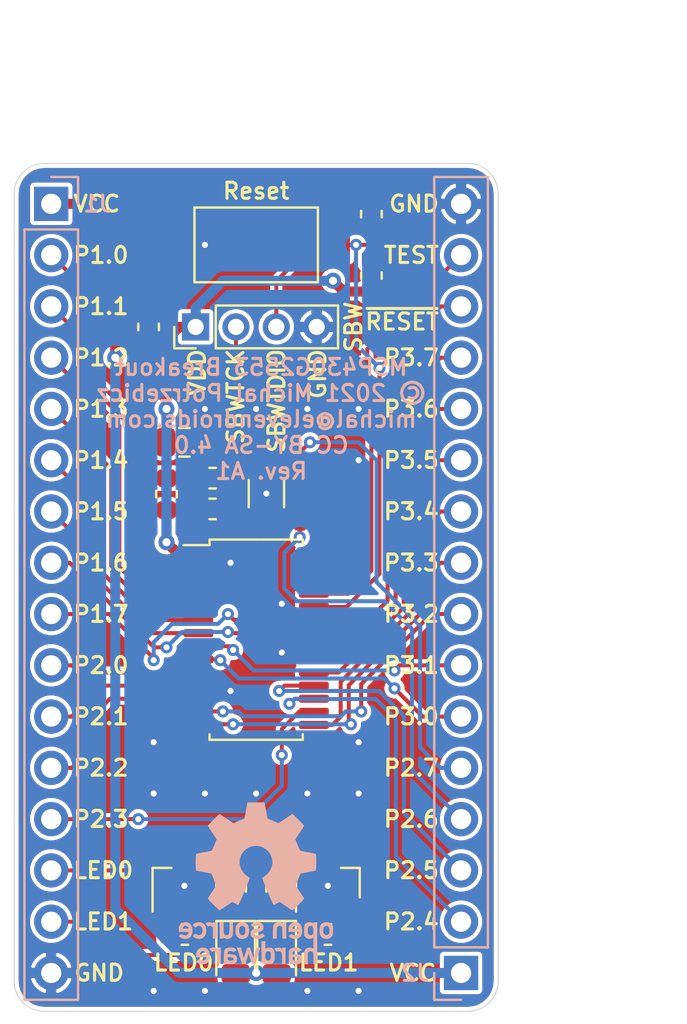
<source format=kicad_pcb>
(kicad_pcb (version 20171130) (host pcbnew 5.1.9-1.fc33)
  (title_block (title "MSP430G2553 Breakout Board") (date 2021-04-01) (rev A1) (comment 1 "Mini breakout board for the MSP430G2553 microcontroller") (comment 3 "Michal Potrzebicz <michal@elevendroids.com>") (comment 4 "License: CC BY-SA 4.0"))
  (layers (0 F.Cu signal) (31 B.Cu signal) (34 B.Paste user) (35 F.Paste user) (36 B.SilkS user) (37 F.SilkS user) (38 B.Mask user) (39 F.Mask user) (44 Edge.Cuts user))
  (net 0 "")
  (net 1 GND)
  (net 2 /~RESET)
  (net 3 /XIN)
  (net 4 /XOUT)
  (net 5 VDD)
  (net 6 VCC)
  (net 7 /P2.3)
  (net 8 /P2.2)
  (net 9 /P2.1)
  (net 10 /P2.0)
  (net 11 /P1.7)
  (net 12 /P1.6)
  (net 13 /P1.5)
  (net 14 /P1.4)
  (net 15 /P1.3)
  (net 16 /P1.2)
  (net 17 /P1.1)
  (net 18 /P1.0)
  (net 19 /P3.7)
  (net 20 /P3.6)
  (net 21 /P3.5)
  (net 22 /P3.4)
  (net 23 /P3.3)
  (net 24 /P3.2)
  (net 25 /P3.1)
  (net 26 /P3.0)
  (net 27 /P2.7)
  (net 28 /P2.6)
  (net 29 /P2.5)
  (net 30 /P2.4)
  (net 31 /P2.6_XIN)
  (net 32 /P2.7_XOUT)
  (net 33 "Net-(D1-Pad1)")
  (net 34 "Net-(D2-Pad1)")
  (net 35 "Net-(Q1-Pad3)")
  (net 36 /LED0)
  (net 37 "Net-(Q2-Pad3)")
  (net 38 /LED1)
  (net 39 /TEST)
  (module Symbol:OSHW-Logo_7.5x8mm_SilkScreen (layer B.Cu) (at 137.16 109.855 180)
    (fp_text reference REF** hide)
    (fp_text value OSHW-Logo_7.5x8mm_SilkScreen hide)
  )
  (module Resistor_SMD:R_0603_1608Metric (layer F.Cu) (at 138.176 110.109 90)
    (fp_text reference R9 hide)
    (fp_text value 470R hide)
    (pad 2 smd roundrect (at 0.7875 0 90) (size 0.875 0.95) (layers F.Cu F.Paste F.Mask) (net 37 "Net-(Q2-Pad3)"))
    (pad 1 smd roundrect (at -0.7875 0 90) (size 0.875 0.95) (layers F.Cu F.Paste F.Mask) (net 34 "Net-(D2-Pad1)"))
  )
  (module Resistor_SMD:R_0603_1608Metric (layer F.Cu) (at 140.716 112.395)
    (fp_text reference R8 hide)
    (fp_text value 1M hide)
    (pad 2 smd roundrect (at 0.7875 0) (size 0.875 0.95) (layers F.Cu F.Paste F.Mask) (net 1 GND))
    (pad 1 smd roundrect (at -0.7875 0) (size 0.875 0.95) (layers F.Cu F.Paste F.Mask) (net 38 /LED1))
  )
  (module Resistor_SMD:R_0603_1608Metric (layer F.Cu) (at 136.144 110.109 90)
    (fp_text reference R7 hide)
    (fp_text value 470R hide)
    (pad 2 smd roundrect (at 0.7875 0 90) (size 0.875 0.95) (layers F.Cu F.Paste F.Mask) (net 35 "Net-(Q1-Pad3)"))
    (pad 1 smd roundrect (at -0.7875 0 90) (size 0.875 0.95) (layers F.Cu F.Paste F.Mask) (net 33 "Net-(D1-Pad1)"))
  )
  (module Resistor_SMD:R_0603_1608Metric (layer F.Cu) (at 133.6295 112.395)
    (fp_text reference R6 hide)
    (fp_text value 1M hide)
    (pad 2 smd roundrect (at 0.7875 0) (size 0.875 0.95) (layers F.Cu F.Paste F.Mask) (net 1 GND))
    (pad 1 smd roundrect (at -0.7875 0) (size 0.875 0.95) (layers F.Cu F.Paste F.Mask) (net 36 /LED0))
  )
  (module Package_TO_SOT_SMD:SOT-23 (layer F.Cu) (at 140.716 109.855 90)
    (fp_text reference Q2 hide)
    (fp_text value BSS138 hide)
    (pad 3 smd rect (at 1 0 90) (size 0.9 0.8) (layers F.Cu F.Paste F.Mask) (net 37 "Net-(Q2-Pad3)"))
    (pad 2 smd rect (at -1 0.95 90) (size 0.9 0.8) (layers F.Cu F.Paste F.Mask) (net 1 GND))
    (pad 1 smd rect (at -1 -0.95 90) (size 0.9 0.8) (layers F.Cu F.Paste F.Mask) (net 38 /LED1))
  )
  (module Package_TO_SOT_SMD:SOT-23 (layer F.Cu) (at 133.604 109.855 90)
    (fp_text reference Q1 hide)
    (fp_text value BSS138 hide)
    (pad 3 smd rect (at 1 0 90) (size 0.9 0.8) (layers F.Cu F.Paste F.Mask) (net 35 "Net-(Q1-Pad3)"))
    (pad 2 smd rect (at -1 0.95 90) (size 0.9 0.8) (layers F.Cu F.Paste F.Mask) (net 1 GND))
    (pad 1 smd rect (at -1 -0.95 90) (size 0.9 0.8) (layers F.Cu F.Paste F.Mask) (net 36 /LED0))
  )
  (module LED_SMD:LED_0805_2012Metric (layer F.Cu) (at 138.176 113.411 270)
    (fp_text reference D2 hide)
    (fp_text value LED1 (at 0.381 -1.016 180) (layer F.SilkS) (effects (font (size 0.8 0.8)) (justify left)))
    (pad 2 smd roundrect (at 0.9375 0 270) (size 0.975 1.4) (layers F.Cu F.Paste F.Mask) (net 6 VCC))
    (pad 1 smd roundrect (at -0.9375 0 270) (size 0.975 1.4) (layers F.Cu F.Paste F.Mask) (net 34 "Net-(D2-Pad1)"))
  )
  (module LED_SMD:LED_0805_2012Metric (layer F.Cu) (at 136.144 113.411 270)
    (fp_text reference D1 hide)
    (fp_text value LED0 (at 0.381 1.016 180) (layer F.SilkS) (effects (font (size 0.8 0.8)) (justify right)))
    (pad 2 smd roundrect (at 0.9375 0 270) (size 0.975 1.4) (layers F.Cu F.Paste F.Mask) (net 6 VCC))
    (pad 1 smd roundrect (at -0.9375 0 270) (size 0.975 1.4) (layers F.Cu F.Paste F.Mask) (net 33 "Net-(D1-Pad1)"))
  )
  (module Crystal:Crystal_SMD_3215-2Pin_3.2x1.5mm (layer F.Cu) (at 137.668 90.551 270)
    (fp_text reference Y1 hide)
    (fp_text value 32.768kHz hide)
    (pad 2 smd rect (at -1.25 0 270) (size 1 1.8) (layers F.Cu F.Paste F.Mask) (net 4 /XOUT))
    (pad 1 smd rect (at 1.25 0 270) (size 1 1.8) (layers F.Cu F.Paste F.Mask) (net 3 /XIN))
  )
  (module Package_SO:TSSOP-28_4.4x9.7mm_P0.65mm (layer F.Cu) (at 137.16 97.79)
    (fp_text reference U1 hide)
    (fp_text value MSP430G2553IPW28 hide)
    (pad 28 smd roundrect (at 2.8625 -4.225) (size 1.475 0.4) (layers F.Cu F.Paste F.Mask) (net 1 GND))
    (pad 27 smd roundrect (at 2.8625 -3.575) (size 1.475 0.4) (layers F.Cu F.Paste F.Mask) (net 31 /P2.6_XIN))
    (pad 26 smd roundrect (at 2.8625 -2.925) (size 1.475 0.4) (layers F.Cu F.Paste F.Mask) (net 32 /P2.7_XOUT))
    (pad 25 smd roundrect (at 2.8625 -2.275) (size 1.475 0.4) (layers F.Cu F.Paste F.Mask) (net 39 /TEST))
    (pad 24 smd roundrect (at 2.8625 -1.625) (size 1.475 0.4) (layers F.Cu F.Paste F.Mask) (net 2 /~RESET))
    (pad 23 smd roundrect (at 2.8625 -0.975) (size 1.475 0.4) (layers F.Cu F.Paste F.Mask) (net 11 /P1.7))
    (pad 22 smd roundrect (at 2.8625 -0.325) (size 1.475 0.4) (layers F.Cu F.Paste F.Mask) (net 12 /P1.6))
    (pad 21 smd roundrect (at 2.8625 0.325) (size 1.475 0.4) (layers F.Cu F.Paste F.Mask) (net 19 /P3.7))
    (pad 20 smd roundrect (at 2.8625 0.975) (size 1.475 0.4) (layers F.Cu F.Paste F.Mask) (net 20 /P3.6))
    (pad 19 smd roundrect (at 2.8625 1.625) (size 1.475 0.4) (layers F.Cu F.Paste F.Mask) (net 21 /P3.5))
    (pad 18 smd roundrect (at 2.8625 2.275) (size 1.475 0.4) (layers F.Cu F.Paste F.Mask) (net 29 /P2.5))
    (pad 17 smd roundrect (at 2.8625 2.925) (size 1.475 0.4) (layers F.Cu F.Paste F.Mask) (net 30 /P2.4))
    (pad 16 smd roundrect (at 2.8625 3.575) (size 1.475 0.4) (layers F.Cu F.Paste F.Mask) (net 7 /P2.3))
    (pad 15 smd roundrect (at 2.8625 4.225) (size 1.475 0.4) (layers F.Cu F.Paste F.Mask) (net 22 /P3.4))
    (pad 14 smd roundrect (at -2.8625 4.225) (size 1.475 0.4) (layers F.Cu F.Paste F.Mask) (net 23 /P3.3))
    (pad 13 smd roundrect (at -2.8625 3.575) (size 1.475 0.4) (layers F.Cu F.Paste F.Mask) (net 24 /P3.2))
    (pad 12 smd roundrect (at -2.8625 2.925) (size 1.475 0.4) (layers F.Cu F.Paste F.Mask) (net 8 /P2.2))
    (pad 11 smd roundrect (at -2.8625 2.275) (size 1.475 0.4) (layers F.Cu F.Paste F.Mask) (net 9 /P2.1))
    (pad 10 smd roundrect (at -2.8625 1.625) (size 1.475 0.4) (layers F.Cu F.Paste F.Mask) (net 10 /P2.0))
    (pad 9 smd roundrect (at -2.8625 0.975) (size 1.475 0.4) (layers F.Cu F.Paste F.Mask) (net 26 /P3.0))
    (pad 8 smd roundrect (at -2.8625 0.325) (size 1.475 0.4) (layers F.Cu F.Paste F.Mask) (net 25 /P3.1))
    (pad 7 smd roundrect (at -2.8625 -0.325) (size 1.475 0.4) (layers F.Cu F.Paste F.Mask) (net 13 /P1.5))
    (pad 6 smd roundrect (at -2.8625 -0.975) (size 1.475 0.4) (layers F.Cu F.Paste F.Mask) (net 14 /P1.4))
    (pad 5 smd roundrect (at -2.8625 -1.625) (size 1.475 0.4) (layers F.Cu F.Paste F.Mask) (net 15 /P1.3))
    (pad 4 smd roundrect (at -2.8625 -2.275) (size 1.475 0.4) (layers F.Cu F.Paste F.Mask) (net 16 /P1.2))
    (pad 3 smd roundrect (at -2.8625 -2.925) (size 1.475 0.4) (layers F.Cu F.Paste F.Mask) (net 17 /P1.1))
    (pad 2 smd roundrect (at -2.8625 -3.575) (size 1.475 0.4) (layers F.Cu F.Paste F.Mask) (net 18 /P1.0))
    (pad 1 smd roundrect (at -2.8625 -4.225) (size 1.475 0.4) (layers F.Cu F.Paste F.Mask) (net 5 VDD))
  )
  (module Button_Switch_SMD:SW_SPST_CK_RS282G05A3 (layer F.Cu) (at 137.16 78.232)
    (fp_text reference SW1 hide)
    (fp_text value Reset (at 0 -2.667) (layer F.SilkS) (effects (font (size 0.8 0.8))))
    (pad 2 smd rect (at 3.9 0) (size 1.5 1.5) (layers F.Cu F.Paste F.Mask) (net 2 /~RESET))
    (pad 1 smd rect (at -3.9 0) (size 1.5 1.5) (layers F.Cu F.Paste F.Mask) (net 1 GND))
  )
  (module Resistor_SMD:R_0402_1005Metric (layer F.Cu) (at 139.827 90.043 180)
    (fp_text reference R5 hide)
    (fp_text value 0R hide)
    (pad 2 smd roundrect (at 0.485 0 180) (size 0.59 0.64) (layers F.Cu F.Paste F.Mask) (net 4 /XOUT))
    (pad 1 smd roundrect (at -0.485 0 180) (size 0.59 0.64) (layers F.Cu F.Paste F.Mask) (net 32 /P2.7_XOUT))
  )
  (module Resistor_SMD:R_0402_1005Metric (layer F.Cu) (at 139.827 91.059 180)
    (fp_text reference R4 hide)
    (fp_text value 0R hide)
    (pad 2 smd roundrect (at 0.485 0 180) (size 0.59 0.64) (layers F.Cu F.Paste F.Mask) (net 3 /XIN))
    (pad 1 smd roundrect (at -0.485 0 180) (size 0.59 0.64) (layers F.Cu F.Paste F.Mask) (net 31 /P2.6_XIN))
  )
  (module Resistor_SMD:R_0402_1005Metric (layer F.Cu) (at 139.827 89.027)
    (fp_text reference R3 hide)
    (fp_text value 0R hide)
    (pad 2 smd roundrect (at 0.485 0) (size 0.59 0.64) (layers F.Cu F.Paste F.Mask) (net 32 /P2.7_XOUT))
    (pad 1 smd roundrect (at -0.485 0) (size 0.59 0.64) (layers F.Cu F.Paste F.Mask) (net 27 /P2.7))
  )
  (module Resistor_SMD:R_0402_1005Metric (layer F.Cu) (at 139.827 92.075)
    (fp_text reference R2 hide)
    (fp_text value 0R hide)
    (pad 2 smd roundrect (at 0.485 0) (size 0.59 0.64) (layers F.Cu F.Paste F.Mask) (net 31 /P2.6_XIN))
    (pad 1 smd roundrect (at -0.485 0) (size 0.59 0.64) (layers F.Cu F.Paste F.Mask) (net 28 /P2.6))
  )
  (module Resistor_SMD:R_0603_1608Metric (layer F.Cu) (at 142.875 79.756 90)
    (fp_text reference R1 hide)
    (fp_text value 47k hide)
    (pad 2 smd roundrect (at 0.7875 0 90) (size 0.875 0.95) (layers F.Cu F.Paste F.Mask) (net 2 /~RESET))
    (pad 1 smd roundrect (at -0.7875 0 90) (size 0.875 0.95) (layers F.Cu F.Paste F.Mask) (net 5 VDD))
  )
  (module Connector_PinHeader_2.00mm:PinHeader_1x04_P2.00mm_Vertical (layer F.Cu) (at 134.16 82.296 90)
    (fp_text reference J3 hide)
    (fp_text value SBW (at 0 7.826 270) (layer F.SilkS) (effects (font (size 0.8 0.8))))
    (pad 4 thru_hole oval (at 0 6 90) (size 1.35 1.35) (drill 0.8) (layers *.Cu *.Mask) (net 1 GND))
    (pad 3 thru_hole oval (at 0 4 90) (size 1.35 1.35) (drill 0.8) (layers *.Cu *.Mask) (net 2 /~RESET))
    (pad 2 thru_hole oval (at 0 2 90) (size 1.35 1.35) (drill 0.8) (layers *.Cu *.Mask) (net 39 /TEST))
    (pad 1 thru_hole rect (at 0 0 90) (size 1.35 1.35) (drill 0.8) (layers *.Cu *.Mask) (net 5 VDD))
  )
  (module Connector_PinHeader_2.54mm:PinHeader_1x16_P2.54mm_Vertical (layer B.Cu) (at 147.32 114.3)
    (fp_text reference J2 (at -2.286 0) (layer B.SilkS) (effects (font (size 0.8 0.8)) (justify mirror)))
    (fp_text value Right hide)
    (pad 16 thru_hole oval (at 0 -38.1) (size 1.7 1.7) (drill 1) (layers *.Cu *.Mask) (net 1 GND))
    (pad 15 thru_hole oval (at 0 -35.56) (size 1.7 1.7) (drill 1) (layers *.Cu *.Mask) (net 39 /TEST))
    (pad 14 thru_hole oval (at 0 -33.02) (size 1.7 1.7) (drill 1) (layers *.Cu *.Mask) (net 2 /~RESET))
    (pad 13 thru_hole oval (at 0 -30.48) (size 1.7 1.7) (drill 1) (layers *.Cu *.Mask) (net 19 /P3.7))
    (pad 12 thru_hole oval (at 0 -27.94) (size 1.7 1.7) (drill 1) (layers *.Cu *.Mask) (net 20 /P3.6))
    (pad 11 thru_hole oval (at 0 -25.4) (size 1.7 1.7) (drill 1) (layers *.Cu *.Mask) (net 21 /P3.5))
    (pad 10 thru_hole oval (at 0 -22.86) (size 1.7 1.7) (drill 1) (layers *.Cu *.Mask) (net 22 /P3.4))
    (pad 9 thru_hole oval (at 0 -20.32) (size 1.7 1.7) (drill 1) (layers *.Cu *.Mask) (net 23 /P3.3))
    (pad 8 thru_hole oval (at 0 -17.78) (size 1.7 1.7) (drill 1) (layers *.Cu *.Mask) (net 24 /P3.2))
    (pad 7 thru_hole oval (at 0 -15.24) (size 1.7 1.7) (drill 1) (layers *.Cu *.Mask) (net 25 /P3.1))
    (pad 6 thru_hole oval (at 0 -12.7) (size 1.7 1.7) (drill 1) (layers *.Cu *.Mask) (net 26 /P3.0))
    (pad 5 thru_hole oval (at 0 -10.16) (size 1.7 1.7) (drill 1) (layers *.Cu *.Mask) (net 27 /P2.7))
    (pad 4 thru_hole oval (at 0 -7.62) (size 1.7 1.7) (drill 1) (layers *.Cu *.Mask) (net 28 /P2.6))
    (pad 3 thru_hole oval (at 0 -5.08) (size 1.7 1.7) (drill 1) (layers *.Cu *.Mask) (net 29 /P2.5))
    (pad 2 thru_hole oval (at 0 -2.54) (size 1.7 1.7) (drill 1) (layers *.Cu *.Mask) (net 30 /P2.4))
    (pad 1 thru_hole rect (at 0 0) (size 1.7 1.7) (drill 1) (layers *.Cu *.Mask) (net 6 VCC))
  )
  (module Connector_PinHeader_2.54mm:PinHeader_1x16_P2.54mm_Vertical (layer B.Cu) (at 127 76.2 180)
    (fp_text reference J1 (at -2.286 0) (layer B.SilkS) (effects (font (size 0.8 0.8)) (justify mirror)))
    (fp_text value Left hide)
    (pad 16 thru_hole oval (at 0 -38.1 180) (size 1.7 1.7) (drill 1) (layers *.Cu *.Mask) (net 1 GND))
    (pad 15 thru_hole oval (at 0 -35.56 180) (size 1.7 1.7) (drill 1) (layers *.Cu *.Mask) (net 38 /LED1))
    (pad 14 thru_hole oval (at 0 -33.02 180) (size 1.7 1.7) (drill 1) (layers *.Cu *.Mask) (net 36 /LED0))
    (pad 13 thru_hole oval (at 0 -30.48 180) (size 1.7 1.7) (drill 1) (layers *.Cu *.Mask) (net 7 /P2.3))
    (pad 12 thru_hole oval (at 0 -27.94 180) (size 1.7 1.7) (drill 1) (layers *.Cu *.Mask) (net 8 /P2.2))
    (pad 11 thru_hole oval (at 0 -25.4 180) (size 1.7 1.7) (drill 1) (layers *.Cu *.Mask) (net 9 /P2.1))
    (pad 10 thru_hole oval (at 0 -22.86 180) (size 1.7 1.7) (drill 1) (layers *.Cu *.Mask) (net 10 /P2.0))
    (pad 9 thru_hole oval (at 0 -20.32 180) (size 1.7 1.7) (drill 1) (layers *.Cu *.Mask) (net 11 /P1.7))
    (pad 8 thru_hole oval (at 0 -17.78 180) (size 1.7 1.7) (drill 1) (layers *.Cu *.Mask) (net 12 /P1.6))
    (pad 7 thru_hole oval (at 0 -15.24 180) (size 1.7 1.7) (drill 1) (layers *.Cu *.Mask) (net 13 /P1.5))
    (pad 6 thru_hole oval (at 0 -12.7 180) (size 1.7 1.7) (drill 1) (layers *.Cu *.Mask) (net 14 /P1.4))
    (pad 5 thru_hole oval (at 0 -10.16 180) (size 1.7 1.7) (drill 1) (layers *.Cu *.Mask) (net 15 /P1.3))
    (pad 4 thru_hole oval (at 0 -7.62 180) (size 1.7 1.7) (drill 1) (layers *.Cu *.Mask) (net 16 /P1.2))
    (pad 3 thru_hole oval (at 0 -5.08 180) (size 1.7 1.7) (drill 1) (layers *.Cu *.Mask) (net 17 /P1.1))
    (pad 2 thru_hole oval (at 0 -2.54 180) (size 1.7 1.7) (drill 1) (layers *.Cu *.Mask) (net 18 /P1.0))
    (pad 1 thru_hole rect (at 0 0 180) (size 1.7 1.7) (drill 1) (layers *.Cu *.Mask) (net 6 VCC))
  )
  (module Inductor_SMD:L_0603_1608Metric (layer F.Cu) (at 131.826 82.296 90)
    (fp_text reference FB1 hide)
    (fp_text value Bead hide)
    (pad 2 smd roundrect (at 0.7875 0 90) (size 0.875 0.95) (layers F.Cu F.Paste F.Mask) (net 6 VCC))
    (pad 1 smd roundrect (at -0.7875 0 90) (size 0.875 0.95) (layers F.Cu F.Paste F.Mask) (net 5 VDD))
  )
  (module Capacitor_SMD:C_0603_1608Metric (layer F.Cu) (at 132.715 90.5765 90)
    (fp_text reference C5 hide)
    (fp_text value 100n hide)
    (pad 2 smd roundrect (at 0.7875 0 90) (size 0.875 0.95) (layers F.Cu F.Paste F.Mask) (net 1 GND))
    (pad 1 smd roundrect (at -0.7875 0 90) (size 0.875 0.95) (layers F.Cu F.Paste F.Mask) (net 5 VDD))
  )
  (module Capacitor_SMD:C_0805_2012Metric (layer F.Cu) (at 133.604 88.011)
    (fp_text reference C4 hide)
    (fp_text value 10u hide)
    (pad 2 smd roundrect (at 0.9375 0) (size 0.975 1.4) (layers F.Cu F.Paste F.Mask) (net 1 GND))
    (pad 1 smd roundrect (at -0.9375 0) (size 0.975 1.4) (layers F.Cu F.Paste F.Mask) (net 5 VDD))
  )
  (module Capacitor_SMD:C_0603_1608Metric (layer F.Cu) (at 135.001 89.789 180)
    (fp_text reference C3 hide)
    (fp_text value 12p hide)
    (pad 2 smd roundrect (at 0.7875 0 180) (size 0.875 0.95) (layers F.Cu F.Paste F.Mask) (net 1 GND))
    (pad 1 smd roundrect (at -0.7875 0 180) (size 0.875 0.95) (layers F.Cu F.Paste F.Mask) (net 4 /XOUT))
  )
  (module Capacitor_SMD:C_0603_1608Metric (layer F.Cu) (at 135.001 91.313 180)
    (fp_text reference C2 hide)
    (fp_text value 12p hide)
    (pad 2 smd roundrect (at 0.7875 0 180) (size 0.875 0.95) (layers F.Cu F.Paste F.Mask) (net 1 GND))
    (pad 1 smd roundrect (at -0.7875 0 180) (size 0.875 0.95) (layers F.Cu F.Paste F.Mask) (net 3 /XIN))
  )
  (module Capacitor_SMD:C_0603_1608Metric (layer F.Cu) (at 142.875 76.708 90)
    (fp_text reference C1 hide)
    (fp_text value 1n hide)
    (pad 2 smd roundrect (at 0.7875 0 90) (size 0.875 0.95) (layers F.Cu F.Paste F.Mask) (net 1 GND))
    (pad 1 smd roundrect (at -0.7875 0 90) (size 0.875 0.95) (layers F.Cu F.Paste F.Mask) (net 2 /~RESET))
  )
  (gr_text "MSP430G2553 Breakout\n© 2021 Michal Potrzebicz\nmichal@elevendroids.com\nCC BY-SA 4.0\nRev. A1" (at 137.414 86.868) (layer B.SilkS) (effects (font (size 0.8 0.8)) (justify mirror)))
  (gr_text LED1 (at 128.016 111.76) (layer F.SilkS) (effects (font (size 0.8 0.8)) (justify left)))
  (gr_text LED0 (at 128.016 109.22) (layer F.SilkS) (effects (font (size 0.8 0.8)) (justify left)))
  (gr_text P2.3 (at 128.016 106.68) (layer F.SilkS) (effects (font (size 0.8 0.8)) (justify left)))
  (gr_text P2.2 (at 128.016 104.14) (layer F.SilkS) (effects (font (size 0.8 0.8)) (justify left)))
  (gr_text P2.1 (at 128.016 101.6) (layer F.SilkS) (effects (font (size 0.8 0.8)) (justify left)))
  (gr_text P2.0 (at 128.016 99.06) (layer F.SilkS) (effects (font (size 0.8 0.8)) (justify left)))
  (gr_text P1.7 (at 128.016 96.52) (layer F.SilkS) (effects (font (size 0.8 0.8)) (justify left)))
  (gr_text P1.6 (at 128.016 93.98) (layer F.SilkS) (effects (font (size 0.8 0.8)) (justify left)))
  (gr_text P1.5 (at 128.016 91.44) (layer F.SilkS) (effects (font (size 0.8 0.8)) (justify left)))
  (gr_text P1.4 (at 128.016 88.9) (layer F.SilkS) (effects (font (size 0.8 0.8)) (justify left)))
  (gr_text P1.3 (at 128.016 86.36) (layer F.SilkS) (effects (font (size 0.8 0.8)) (justify left)))
  (gr_text P1.2 (at 128.016 83.82) (layer F.SilkS) (effects (font (size 0.8 0.8)) (justify left)))
  (gr_text P1.1 (at 128.016 81.28) (layer F.SilkS) (effects (font (size 0.8 0.8)) (justify left)))
  (gr_text P1.0 (at 128.016 78.74) (layer F.SilkS) (effects (font (size 0.8 0.8)) (justify left)))
  (gr_text P2.4 (at 146.304 111.76) (layer F.SilkS) (effects (font (size 0.8 0.8)) (justify right)))
  (gr_text P2.5 (at 146.304 109.22) (layer F.SilkS) (effects (font (size 0.8 0.8)) (justify right)))
  (gr_text P2.6 (at 146.304 106.68) (layer F.SilkS) (effects (font (size 0.8 0.8)) (justify right)))
  (gr_text P2.7 (at 146.304 104.14) (layer F.SilkS) (effects (font (size 0.8 0.8)) (justify right)))
  (gr_text P3.0 (at 146.304 101.6) (layer F.SilkS) (effects (font (size 0.8 0.8)) (justify right)))
  (gr_text P3.1 (at 146.304 99.06) (layer F.SilkS) (effects (font (size 0.8 0.8)) (justify right)))
  (gr_text P3.2 (at 146.304 96.52) (layer F.SilkS) (effects (font (size 0.8 0.8)) (justify right)))
  (gr_text P3.3 (at 146.304 93.98) (layer F.SilkS) (effects (font (size 0.8 0.8)) (justify right)))
  (gr_text P3.4 (at 146.304 91.44) (layer F.SilkS) (effects (font (size 0.8 0.8)) (justify right)))
  (gr_text P3.5 (at 146.304 88.9) (layer F.SilkS) (effects (font (size 0.8 0.8)) (justify right)))
  (gr_text P3.6 (at 146.304 86.36) (layer F.SilkS) (effects (font (size 0.8 0.8)) (justify right)))
  (gr_text P3.7 (at 146.304 83.82) (layer F.SilkS) (effects (font (size 0.8 0.8)) (justify right)))
  (gr_text ~RESET (at 146.304 82.042) (layer F.SilkS) (effects (font (size 0.8 0.8)) (justify right)))
  (gr_text TEST (at 146.304 78.74) (layer F.SilkS) (effects (font (size 0.8 0.8)) (justify right)))
  (gr_text GND (at 146.304 76.2) (layer F.SilkS) (effects (font (size 0.8 0.8)) (justify right)))
  (gr_text GND (at 128.06 114.3) (layer F.SilkS) (effects (font (size 0.8 0.8)) (justify left)))
  (gr_text VCC (at 146.177 114.3) (layer F.SilkS) (effects (font (size 0.8 0.8)) (justify right)))
  (gr_text VCC (at 128.016 76.2) (layer F.SilkS) (effects (font (size 0.8 0.8)) (justify left)))
  (gr_line (start 125.16 75.7) (end 125.16 114.7) (layer Edge.Cuts) (width 0.05))
  (gr_line (start 147.66 116.2) (end 126.66 116.2) (layer Edge.Cuts) (width 0.05))
  (gr_arc (start 126.66 114.7) (end 125.16 114.7) (angle -90) (layer Edge.Cuts) (width 0.05))
  (gr_line (start 149.16 75.7) (end 149.16 114.7) (layer Edge.Cuts) (width 0.05))
  (gr_arc (start 147.66 114.7) (end 147.66 116.2) (angle -90) (layer Edge.Cuts) (width 0.05))
  (gr_line (start 126.66 74.2) (end 147.66 74.2) (layer Edge.Cuts) (width 0.05))
  (gr_arc (start 147.66 75.7) (end 149.16 75.7) (angle -90) (layer Edge.Cuts) (width 0.05))
  (gr_arc (start 126.66 75.7) (end 126.66 74.2) (angle -90) (layer Edge.Cuts) (width 0.05))
  (gr_text GND (at 140.208 83.312 90) (layer F.SilkS) (effects (font (size 0.8 0.8)) (justify right)))
  (gr_text SBWTCK (at 136.144 83.312 90) (layer F.SilkS) (effects (font (size 0.8 0.8)) (justify right)))
  (gr_text SBWTDIO (at 138.176 83.312 90) (layer F.SilkS) (effects (font (size 0.8 0.8)) (justify right)))
  (gr_text VDD (at 134.239 83.312 90) (layer F.SilkS) (effects (font (size 0.8 0.8)) (justify right)))
  (via (at 137.668 90.551) (size 0.6) (drill 0.3) (layers F.Cu B.Cu) (net 1))
  (via (at 138.43 96.012) (size 0.6) (drill 0.3) (layers F.Cu B.Cu) (net 1))
  (via (at 138.43 98.425) (size 0.6) (drill 0.3) (layers F.Cu B.Cu) (net 1))
  (via (at 135.89 100.33) (size 0.6) (drill 0.3) (layers F.Cu B.Cu) (net 1))
  (via (at 132.08 102.87) (size 0.6) (drill 0.3) (layers F.Cu B.Cu) (net 1))
  (via (at 132.08 105.41) (size 0.6) (drill 0.3) (layers F.Cu B.Cu) (net 1))
  (via (at 134.62 105.41) (size 0.6) (drill 0.3) (layers F.Cu B.Cu) (net 1))
  (via (at 137.16 105.41) (size 0.6) (drill 0.3) (layers F.Cu B.Cu) (net 1))
  (via (at 139.7 105.41) (size 0.6) (drill 0.3) (layers F.Cu B.Cu) (net 1))
  (via (at 142.24 105.41) (size 0.6) (drill 0.3) (layers F.Cu B.Cu) (net 1))
  (via (at 142.24 102.87) (size 0.6) (drill 0.3) (layers F.Cu B.Cu) (net 1))
  (via (at 134.62 86.36) (size 0.6) (drill 0.3) (layers F.Cu B.Cu) (net 1))
  (via (at 137.16 86.36) (size 0.6) (drill 0.3) (layers F.Cu B.Cu) (net 1))
  (via (at 139.7 86.36) (size 0.6) (drill 0.3) (layers F.Cu B.Cu) (net 1))
  (via (at 142.24 86.36) (size 0.6) (drill 0.3) (layers F.Cu B.Cu) (net 1))
  (via (at 135.89 93.98) (size 0.6) (drill 0.3) (layers F.Cu B.Cu) (net 1))
  (via (at 142.24 88.9) (size 0.6) (drill 0.3) (layers F.Cu B.Cu) (net 1))
  (via (at 134.62 78.232) (size 0.6) (drill 0.3) (layers F.Cu B.Cu) (net 1))
  (via (at 133.604 109.982) (size 0.6) (drill 0.3) (layers F.Cu B.Cu) (net 1))
  (via (at 140.716 109.982) (size 0.6) (drill 0.3) (layers F.Cu B.Cu) (net 1))
  (via (at 134.62 115.189) (size 0.6) (drill 0.3) (layers F.Cu B.Cu) (net 1))
  (via (at 139.7 115.189) (size 0.6) (drill 0.3) (layers F.Cu B.Cu) (net 1))
  (via (at 132.08 115.189) (size 0.6) (drill 0.3) (layers F.Cu B.Cu) (net 1))
  (via (at 142.24 115.189) (size 0.6) (drill 0.3) (layers F.Cu B.Cu) (net 1))
  (segment (start 143.27501 94.526689) (end 143.27501 84.328) (width 0.2) (layer F.Cu) (net 2))
  (segment (start 141.636699 96.165) (end 143.27501 94.526689) (width 0.2) (layer F.Cu) (net 2))
  (segment (start 140.0225 96.165) (end 141.636699 96.165) (width 0.2) (layer F.Cu) (net 2))
  (segment (start 143.27501 84.328) (end 146.32301 81.28) (width 0.2) (layer F.Cu) (net 2))
  (segment (start 146.32301 81.28) (end 147.32 81.28) (width 0.2) (layer F.Cu) (net 2))
  (segment (start 142.875 78.232) (end 142.875 78.9685) (width 0.2) (layer F.Cu) (net 2))
  (segment (start 142.875 77.4955) (end 142.875 78.232) (width 0.2) (layer F.Cu) (net 2))
  (segment (start 138.16 82.296) (end 138.16 80.026) (width 0.2) (layer F.Cu) (net 2))
  (segment (start 139.954 78.232) (end 141.06 78.232) (width 0.2) (layer F.Cu) (net 2))
  (segment (start 138.16 80.026) (end 139.954 78.232) (width 0.2) (layer F.Cu) (net 2))
  (segment (start 141.06 78.232) (end 142.113 78.232) (width 0.2) (layer F.Cu) (net 2))
  (segment (start 142.113 78.232) (end 142.875 78.232) (width 0.2) (layer F.Cu) (net 2))
  (via (at 142.113 78.232) (size 0.6) (drill 0.3) (layers F.Cu B.Cu) (net 2))
  (via (at 143.27501 84.328) (size 0.6) (drill 0.3) (layers F.Cu B.Cu) (net 2))
  (segment (start 142.113 83.16599) (end 143.27501 84.328) (width 0.2) (layer B.Cu) (net 2))
  (segment (start 142.113 78.232) (end 142.113 83.16599) (width 0.2) (layer B.Cu) (net 2))
  (segment (start 136.2765 91.801) (end 135.7885 91.313) (width 0.2) (layer F.Cu) (net 3))
  (segment (start 137.668 91.801) (end 136.2765 91.801) (width 0.2) (layer F.Cu) (net 3))
  (segment (start 138.41 91.059) (end 137.668 91.801) (width 0.2) (layer F.Cu) (net 3))
  (segment (start 139.342 91.059) (end 138.41 91.059) (width 0.2) (layer F.Cu) (net 3))
  (segment (start 136.2765 89.301) (end 135.7885 89.789) (width 0.2) (layer F.Cu) (net 4))
  (segment (start 137.668 89.301) (end 136.2765 89.301) (width 0.2) (layer F.Cu) (net 4))
  (segment (start 138.41 90.043) (end 137.668 89.301) (width 0.2) (layer F.Cu) (net 4))
  (segment (start 139.342 90.043) (end 138.41 90.043) (width 0.2) (layer F.Cu) (net 4))
  (segment (start 134.2975 93.565) (end 133.316 93.565) (width 0.5) (layer F.Cu) (net 5))
  (segment (start 132.715 92.964) (end 132.715 91.364) (width 0.5) (layer F.Cu) (net 5))
  (segment (start 133.316 93.565) (end 132.715 92.964) (width 0.5) (layer F.Cu) (net 5))
  (via (at 132.715 92.964) (size 0.8) (drill 0.4) (layers F.Cu B.Cu) (net 5))
  (segment (start 131.7775 83.132) (end 131.826 83.0835) (width 0.5) (layer F.Cu) (net 5))
  (segment (start 131.7775 84.963) (end 131.7775 83.132) (width 0.5) (layer F.Cu) (net 5))
  (segment (start 132.715 86.36) (end 132.715 92.964) (width 0.5) (layer B.Cu) (net 5))
  (segment (start 132.715 86.36) (end 132.715 85.9005) (width 0.5) (layer F.Cu) (net 5))
  (segment (start 132.715 85.9005) (end 131.7775 84.963) (width 0.5) (layer F.Cu) (net 5))
  (via (at 132.715 86.36) (size 0.8) (drill 0.4) (layers F.Cu B.Cu) (net 5))
  (segment (start 132.715 87.9625) (end 132.6665 88.011) (width 0.5) (layer F.Cu) (net 5))
  (segment (start 132.715 86.36) (end 132.715 87.9625) (width 0.5) (layer F.Cu) (net 5))
  (via (at 140.97 80.01) (size 0.8) (drill 0.4) (layers F.Cu B.Cu) (net 5))
  (segment (start 140.97 80.01) (end 135.509 80.01) (width 0.5) (layer B.Cu) (net 5))
  (segment (start 134.16 81.359) (end 134.16 82.296) (width 0.5) (layer B.Cu) (net 5))
  (segment (start 135.509 80.01) (end 134.16 81.359) (width 0.5) (layer B.Cu) (net 5))
  (segment (start 131.826 83.0835) (end 132.5625 83.0835) (width 0.5) (layer F.Cu) (net 5))
  (segment (start 133.35 82.296) (end 134.16 82.296) (width 0.5) (layer F.Cu) (net 5))
  (segment (start 132.5625 83.0835) (end 133.35 82.296) (width 0.5) (layer F.Cu) (net 5))
  (segment (start 141.5035 80.5435) (end 140.97 80.01) (width 0.5) (layer F.Cu) (net 5))
  (segment (start 142.875 80.5435) (end 141.5035 80.5435) (width 0.5) (layer F.Cu) (net 5))
  (segment (start 127 76.2) (end 128.905 76.2) (width 0.5) (layer F.Cu) (net 6))
  (segment (start 128.905 76.2) (end 130.175 77.47) (width 0.5) (layer F.Cu) (net 6))
  (segment (start 131.826 81.5085) (end 130.2005 81.5085) (width 0.5) (layer F.Cu) (net 6))
  (segment (start 130.2005 81.5085) (end 130.175 81.534) (width 0.5) (layer F.Cu) (net 6))
  (segment (start 130.175 77.47) (end 130.175 81.534) (width 0.5) (layer F.Cu) (net 6))
  (segment (start 130.175 83.82) (end 130.175 111.125) (width 0.5) (layer B.Cu) (net 6))
  (segment (start 130.175 111.125) (end 133.35 114.3) (width 0.5) (layer B.Cu) (net 6))
  (segment (start 130.175 81.534) (end 130.175 83.82) (width 0.5) (layer F.Cu) (net 6))
  (via (at 130.175 83.82) (size 0.8) (drill 0.4) (layers F.Cu B.Cu) (net 6))
  (segment (start 138.176 114.3) (end 147.32 114.3) (width 0.5) (layer B.Cu) (net 6))
  (segment (start 133.35 114.3) (end 137.16 114.3) (width 0.5) (layer B.Cu) (net 6))
  (segment (start 136.144 114.3485) (end 138.176 114.3485) (width 0.5) (layer F.Cu) (net 6))
  (segment (start 137.16 114.3) (end 138.176 114.3) (width 0.5) (layer B.Cu) (net 6))
  (via (at 137.16 114.3) (size 0.8) (drill 0.4) (layers F.Cu B.Cu) (net 6))
  (via (at 131.318 106.68) (size 0.6) (drill 0.3) (layers F.Cu B.Cu) (net 7))
  (segment (start 131.318 106.68) (end 127 106.68) (width 0.2) (layer F.Cu) (net 7))
  (segment (start 131.318998 106.679002) (end 131.318 106.68) (width 0.2) (layer B.Cu) (net 7))
  (segment (start 138.43 105.028002) (end 136.779 106.679002) (width 0.2) (layer B.Cu) (net 7))
  (segment (start 138.43 103.505) (end 138.43 105.028002) (width 0.2) (layer B.Cu) (net 7))
  (segment (start 139.285 101.365) (end 140.0225 101.365) (width 0.2) (layer F.Cu) (net 7))
  (segment (start 138.43 102.22) (end 139.285 101.365) (width 0.2) (layer F.Cu) (net 7))
  (segment (start 138.43 103.505) (end 138.43 102.22) (width 0.2) (layer F.Cu) (net 7))
  (segment (start 136.779 106.679002) (end 131.318998 106.679002) (width 0.2) (layer B.Cu) (net 7))
  (via (at 138.43 103.505) (size 0.6) (drill 0.3) (layers F.Cu B.Cu) (net 7))
  (segment (start 129.917 100.715) (end 128.778 101.854) (width 0.2) (layer F.Cu) (net 8))
  (segment (start 134.2975 100.715) (end 129.917 100.715) (width 0.2) (layer F.Cu) (net 8))
  (segment (start 128.778 103.378) (end 128.016 104.14) (width 0.2) (layer F.Cu) (net 8))
  (segment (start 128.778 101.854) (end 128.778 103.378) (width 0.2) (layer F.Cu) (net 8))
  (segment (start 128.016 104.14) (end 127 104.14) (width 0.2) (layer F.Cu) (net 8))
  (segment (start 134.2975 100.065) (end 129.551 100.065) (width 0.2) (layer F.Cu) (net 9))
  (segment (start 128.016 101.6) (end 127 101.6) (width 0.2) (layer F.Cu) (net 9))
  (segment (start 129.551 100.065) (end 128.016 101.6) (width 0.2) (layer F.Cu) (net 9))
  (segment (start 134.2975 99.415) (end 128.371 99.415) (width 0.2) (layer F.Cu) (net 10))
  (segment (start 128.016 99.06) (end 127 99.06) (width 0.2) (layer F.Cu) (net 10))
  (segment (start 128.371 99.415) (end 128.016 99.06) (width 0.2) (layer F.Cu) (net 10))
  (via (at 135.763 96.52) (size 0.6) (drill 0.3) (layers F.Cu B.Cu) (net 11))
  (segment (start 136.058 96.815) (end 135.763 96.52) (width 0.2) (layer F.Cu) (net 11))
  (segment (start 140.0225 96.815) (end 136.058 96.815) (width 0.2) (layer F.Cu) (net 11))
  (segment (start 135.27401 97.00899) (end 135.763 96.52) (width 0.2) (layer B.Cu) (net 11))
  (segment (start 132.989008 97.00899) (end 135.27401 97.00899) (width 0.2) (layer B.Cu) (net 11))
  (segment (start 132.08 97.917998) (end 132.989008 97.00899) (width 0.2) (layer B.Cu) (net 11))
  (segment (start 132.08 98.806) (end 132.08 97.917998) (width 0.2) (layer B.Cu) (net 11))
  (via (at 132.08 98.806) (size 0.6) (drill 0.3) (layers F.Cu B.Cu) (net 11))
  (segment (start 127 96.52) (end 129.88517 96.52) (width 0.2) (layer F.Cu) (net 11))
  (segment (start 132.08 98.71483) (end 132.08 98.806) (width 0.2) (layer F.Cu) (net 11))
  (segment (start 129.88517 96.52) (end 132.08 98.71483) (width 0.2) (layer F.Cu) (net 11))
  (via (at 135.763 97.409) (size 0.6) (drill 0.3) (layers F.Cu B.Cu) (net 12))
  (segment (start 135.819 97.465) (end 135.763 97.409) (width 0.2) (layer F.Cu) (net 12))
  (segment (start 140.0225 97.465) (end 135.819 97.465) (width 0.2) (layer F.Cu) (net 12))
  (via (at 132.715 98.171) (size 0.6) (drill 0.3) (layers F.Cu B.Cu) (net 12))
  (segment (start 133.477 97.409) (end 132.715 98.171) (width 0.2) (layer B.Cu) (net 12))
  (segment (start 135.763 97.409) (end 133.477 97.409) (width 0.2) (layer B.Cu) (net 12))
  (segment (start 127.910868 93.98) (end 127 93.98) (width 0.2) (layer F.Cu) (net 12))
  (segment (start 132.101868 98.171) (end 127.910868 93.98) (width 0.2) (layer F.Cu) (net 12))
  (segment (start 132.715 98.171) (end 132.101868 98.171) (width 0.2) (layer F.Cu) (net 12))
  (segment (start 131.961567 97.465) (end 134.2975 97.465) (width 0.2) (layer F.Cu) (net 13))
  (segment (start 129.17801 94.681443) (end 131.961567 97.465) (width 0.2) (layer F.Cu) (net 13))
  (segment (start 129.17801 93.61801) (end 129.17801 94.681443) (width 0.2) (layer F.Cu) (net 13))
  (segment (start 127 91.44) (end 129.17801 93.61801) (width 0.2) (layer F.Cu) (net 13))
  (segment (start 131.877266 96.815) (end 134.2975 96.815) (width 0.2) (layer F.Cu) (net 14))
  (segment (start 129.57802 94.515754) (end 131.877266 96.815) (width 0.2) (layer F.Cu) (net 14))
  (segment (start 129.57802 91.47802) (end 129.57802 94.515754) (width 0.2) (layer F.Cu) (net 14))
  (segment (start 127 88.9) (end 129.57802 91.47802) (width 0.2) (layer F.Cu) (net 14))
  (segment (start 131.792965 96.165) (end 134.2975 96.165) (width 0.2) (layer F.Cu) (net 15))
  (segment (start 129.97803 94.350065) (end 131.792965 96.165) (width 0.2) (layer F.Cu) (net 15))
  (segment (start 129.97803 89.33803) (end 129.97803 94.350065) (width 0.2) (layer F.Cu) (net 15))
  (segment (start 127 86.36) (end 129.97803 89.33803) (width 0.2) (layer F.Cu) (net 15))
  (segment (start 130.37804 87.19804) (end 127 83.82) (width 0.2) (layer F.Cu) (net 16))
  (segment (start 130.37804 94.184376) (end 130.37804 87.19804) (width 0.2) (layer F.Cu) (net 16))
  (segment (start 131.708664 95.515) (end 130.37804 94.184376) (width 0.2) (layer F.Cu) (net 16))
  (segment (start 134.2975 95.515) (end 131.708664 95.515) (width 0.2) (layer F.Cu) (net 16))
  (segment (start 128.778 83.058) (end 127 81.28) (width 0.2) (layer F.Cu) (net 17))
  (segment (start 128.778 85.032302) (end 128.778 83.058) (width 0.2) (layer F.Cu) (net 17))
  (segment (start 130.77805 87.032351) (end 128.778 85.032302) (width 0.2) (layer F.Cu) (net 17))
  (segment (start 130.77805 94.018688) (end 130.77805 87.032351) (width 0.2) (layer F.Cu) (net 17))
  (segment (start 131.624362 94.865) (end 130.77805 94.018688) (width 0.2) (layer F.Cu) (net 17))
  (segment (start 134.2975 94.865) (end 131.624362 94.865) (width 0.2) (layer F.Cu) (net 17))
  (segment (start 134.2975 94.215) (end 131.54006 94.215) (width 0.2) (layer F.Cu) (net 18))
  (segment (start 131.54006 94.215) (end 131.191 93.86594) (width 0.2) (layer F.Cu) (net 18))
  (segment (start 131.191 93.86594) (end 131.191 86.879603) (width 0.2) (layer F.Cu) (net 18))
  (segment (start 131.191 86.879603) (end 129.17801 84.866613) (width 0.2) (layer F.Cu) (net 18))
  (segment (start 129.17801 80.91801) (end 127 78.74) (width 0.2) (layer F.Cu) (net 18))
  (segment (start 129.17801 84.866613) (end 129.17801 80.91801) (width 0.2) (layer F.Cu) (net 18))
  (segment (start 142.675009 83.384991) (end 147.32 78.74) (width 0.2) (layer F.Cu) (net 39))
  (segment (start 142.875 84.815992) (end 142.675009 84.616001) (width 0.2) (layer F.Cu) (net 39))
  (segment (start 142.875 94.361) (end 142.875 84.815992) (width 0.2) (layer F.Cu) (net 39))
  (segment (start 141.721 95.515) (end 142.875 94.361) (width 0.2) (layer F.Cu) (net 39))
  (segment (start 140.0225 95.515) (end 141.721 95.515) (width 0.2) (layer F.Cu) (net 39))
  (segment (start 136.16 82.296) (end 136.16 83.328) (width 0.2) (layer F.Cu) (net 39))
  (segment (start 136.16 83.328) (end 136.851991 84.019991) (width 0.2) (layer F.Cu) (net 39))
  (segment (start 142.675009 84.019991) (end 142.675009 83.384991) (width 0.2) (layer F.Cu) (net 39))
  (segment (start 136.851991 84.019991) (end 142.675009 84.019991) (width 0.2) (layer F.Cu) (net 39))
  (segment (start 142.675009 84.616001) (end 142.675009 84.019991) (width 0.2) (layer F.Cu) (net 39))
  (segment (start 146.304 83.82) (end 147.32 83.82) (width 0.2) (layer F.Cu) (net 19))
  (segment (start 143.67502 86.44898) (end 146.304 83.82) (width 0.2) (layer F.Cu) (net 19))
  (segment (start 143.67502 95.858584) (end 143.67502 86.44898) (width 0.2) (layer F.Cu) (net 19))
  (segment (start 141.418604 98.115) (end 143.67502 95.858584) (width 0.2) (layer F.Cu) (net 19))
  (segment (start 140.0225 98.115) (end 141.418604 98.115) (width 0.2) (layer F.Cu) (net 19))
  (segment (start 144.07503 88.402889) (end 146.117919 86.36) (width 0.2) (layer F.Cu) (net 20))
  (segment (start 144.07503 96.024272) (end 144.07503 88.402889) (width 0.2) (layer F.Cu) (net 20))
  (segment (start 141.334302 98.765) (end 144.07503 96.024272) (width 0.2) (layer F.Cu) (net 20))
  (segment (start 146.117919 86.36) (end 147.32 86.36) (width 0.2) (layer F.Cu) (net 20))
  (segment (start 140.0225 98.765) (end 141.334302 98.765) (width 0.2) (layer F.Cu) (net 20))
  (segment (start 146.177 88.9) (end 147.32 88.9) (width 0.2) (layer F.Cu) (net 21))
  (segment (start 144.47504 90.60196) (end 146.177 88.9) (width 0.2) (layer F.Cu) (net 21))
  (segment (start 144.47504 96.18996) (end 144.47504 90.60196) (width 0.2) (layer F.Cu) (net 21))
  (segment (start 141.25 99.415) (end 144.47504 96.18996) (width 0.2) (layer F.Cu) (net 21))
  (segment (start 140.0225 99.415) (end 141.25 99.415) (width 0.2) (layer F.Cu) (net 21))
  (segment (start 141.351 101.6) (end 141.351 99.879699) (width 0.2) (layer F.Cu) (net 22))
  (segment (start 141.351 99.879699) (end 144.87505 96.355649) (width 0.2) (layer F.Cu) (net 22))
  (segment (start 146.304 91.44) (end 147.32 91.44) (width 0.2) (layer F.Cu) (net 22))
  (segment (start 140.0225 102.015) (end 140.936 102.015) (width 0.2) (layer F.Cu) (net 22))
  (segment (start 140.936 102.015) (end 141.351 101.6) (width 0.2) (layer F.Cu) (net 22))
  (segment (start 144.87505 96.355649) (end 144.87505 92.86895) (width 0.2) (layer F.Cu) (net 22))
  (segment (start 144.87505 92.86895) (end 146.304 91.44) (width 0.2) (layer F.Cu) (net 22))
  (via (at 141.859 101.981) (size 0.6) (drill 0.3) (layers F.Cu B.Cu) (net 23))
  (segment (start 145.27506 95.00894) (end 146.304 93.98) (width 0.2) (layer F.Cu) (net 23))
  (segment (start 145.27506 96.521338) (end 145.27506 95.00894) (width 0.2) (layer F.Cu) (net 23))
  (segment (start 141.75101 100.045387) (end 145.27506 96.521338) (width 0.2) (layer F.Cu) (net 23))
  (segment (start 141.75101 101.87301) (end 141.75101 100.045387) (width 0.2) (layer F.Cu) (net 23))
  (segment (start 146.304 93.98) (end 147.32 93.98) (width 0.2) (layer F.Cu) (net 23))
  (segment (start 141.859 101.981) (end 141.75101 101.87301) (width 0.2) (layer F.Cu) (net 23))
  (segment (start 134.3315 101.981) (end 134.2975 102.015) (width 0.2) (layer F.Cu) (net 23))
  (segment (start 136.017 101.981) (end 134.3315 101.981) (width 0.2) (layer F.Cu) (net 23))
  (segment (start 141.859 101.981) (end 136.017 101.981) (width 0.2) (layer B.Cu) (net 23))
  (via (at 136.017 101.981) (size 0.6) (drill 0.3) (layers F.Cu B.Cu) (net 23))
  (via (at 142.367 101.346) (size 0.6) (drill 0.3) (layers F.Cu B.Cu) (net 24))
  (segment (start 142.367 101.346) (end 142.367 99.995095) (width 0.2) (layer F.Cu) (net 24))
  (segment (start 145.842095 96.52) (end 147.32 96.52) (width 0.2) (layer F.Cu) (net 24))
  (segment (start 142.367 99.995095) (end 145.842095 96.52) (width 0.2) (layer F.Cu) (net 24))
  (segment (start 135.509 101.346) (end 134.3165 101.346) (width 0.2) (layer F.Cu) (net 24))
  (segment (start 134.3165 101.346) (end 134.2975 101.365) (width 0.2) (layer F.Cu) (net 24))
  (via (at 135.509 101.346) (size 0.6) (drill 0.3) (layers F.Cu B.Cu) (net 24))
  (segment (start 136.270002 101.346) (end 135.509 101.346) (width 0.2) (layer B.Cu) (net 24))
  (segment (start 136.504992 101.58099) (end 136.270002 101.346) (width 0.2) (layer B.Cu) (net 24))
  (segment (start 141.371008 101.58099) (end 136.504992 101.58099) (width 0.2) (layer B.Cu) (net 24))
  (segment (start 141.605998 101.346) (end 141.371008 101.58099) (width 0.2) (layer B.Cu) (net 24))
  (segment (start 142.367 101.346) (end 141.605998 101.346) (width 0.2) (layer B.Cu) (net 24))
  (via (at 144.018 99.314) (size 0.6) (drill 0.3) (layers F.Cu B.Cu) (net 25))
  (segment (start 137.414 99.314) (end 144.018 99.314) (width 0.2) (layer B.Cu) (net 25))
  (segment (start 144.272 99.06) (end 144.018 99.314) (width 0.2) (layer F.Cu) (net 25))
  (segment (start 147.32 99.06) (end 144.272 99.06) (width 0.2) (layer F.Cu) (net 25))
  (via (at 136.017 98.298) (size 0.6) (drill 0.3) (layers F.Cu B.Cu) (net 25))
  (segment (start 135.834 98.115) (end 136.017 98.298) (width 0.2) (layer F.Cu) (net 25))
  (segment (start 134.2975 98.115) (end 135.834 98.115) (width 0.2) (layer F.Cu) (net 25))
  (segment (start 137.033 99.314) (end 137.414 99.314) (width 0.2) (layer B.Cu) (net 25))
  (segment (start 136.017 98.298) (end 137.033 99.314) (width 0.2) (layer B.Cu) (net 25))
  (via (at 144.018 100.203) (size 0.6) (drill 0.3) (layers F.Cu B.Cu) (net 26))
  (segment (start 145.415 101.6) (end 147.32 101.6) (width 0.2) (layer F.Cu) (net 26))
  (segment (start 144.018 100.203) (end 145.415 101.6) (width 0.2) (layer F.Cu) (net 26))
  (via (at 135.382 98.806) (size 0.6) (drill 0.3) (layers F.Cu B.Cu) (net 26))
  (segment (start 135.341 98.765) (end 135.382 98.806) (width 0.2) (layer F.Cu) (net 26))
  (segment (start 134.2975 98.765) (end 135.341 98.765) (width 0.2) (layer F.Cu) (net 26))
  (segment (start 143.52901 99.71401) (end 144.018 100.203) (width 0.2) (layer B.Cu) (net 26))
  (segment (start 136.29001 99.71401) (end 143.52901 99.71401) (width 0.2) (layer B.Cu) (net 26))
  (segment (start 135.382 98.806) (end 136.29001 99.71401) (width 0.2) (layer B.Cu) (net 26))
  (via (at 139.827 88.011) (size 0.6) (drill 0.3) (layers F.Cu B.Cu) (net 27))
  (segment (start 139.342 88.496) (end 139.827 88.011) (width 0.2) (layer F.Cu) (net 27))
  (segment (start 139.342 89.027) (end 139.342 88.496) (width 0.2) (layer F.Cu) (net 27))
  (segment (start 146.304 104.14) (end 147.32 104.14) (width 0.2) (layer B.Cu) (net 27))
  (segment (start 145.288 103.124) (end 146.304 104.14) (width 0.2) (layer B.Cu) (net 27))
  (segment (start 145.288 97.097301) (end 145.288 103.124) (width 0.2) (layer B.Cu) (net 27))
  (segment (start 143.129 94.938301) (end 145.288 97.097301) (width 0.2) (layer B.Cu) (net 27))
  (segment (start 143.129 88.9) (end 143.129 94.938301) (width 0.2) (layer B.Cu) (net 27))
  (segment (start 142.24 88.011) (end 143.129 88.9) (width 0.2) (layer B.Cu) (net 27))
  (segment (start 139.827 88.011) (end 142.24 88.011) (width 0.2) (layer B.Cu) (net 27))
  (via (at 139.319 92.71) (size 0.6) (drill 0.3) (layers F.Cu B.Cu) (net 28))
  (segment (start 139.342 92.687) (end 139.319 92.71) (width 0.2) (layer F.Cu) (net 28))
  (segment (start 139.342 92.075) (end 139.342 92.687) (width 0.2) (layer F.Cu) (net 28))
  (segment (start 147.32 106.68) (end 144.88799 104.24799) (width 0.2) (layer B.Cu) (net 28))
  (segment (start 144.88799 104.24799) (end 144.88799 97.26299) (width 0.2) (layer B.Cu) (net 28))
  (segment (start 144.88799 97.26299) (end 143.51 95.885) (width 0.2) (layer B.Cu) (net 28))
  (segment (start 138.557 93.472) (end 139.319 92.71) (width 0.2) (layer B.Cu) (net 28))
  (segment (start 143.51 95.885) (end 139.192 95.885) (width 0.2) (layer B.Cu) (net 28))
  (segment (start 138.557 95.25) (end 138.557 93.472) (width 0.2) (layer B.Cu) (net 28))
  (segment (start 139.192 95.885) (end 138.557 95.25) (width 0.2) (layer B.Cu) (net 28))
  (segment (start 143.256998 100.33) (end 144.48798 101.560982) (width 0.2) (layer B.Cu) (net 29))
  (segment (start 144.48798 106.38798) (end 147.32 109.22) (width 0.2) (layer B.Cu) (net 29))
  (segment (start 144.48798 101.560982) (end 144.48798 106.38798) (width 0.2) (layer B.Cu) (net 29))
  (via (at 138.303 100.33) (size 0.6) (drill 0.3) (layers F.Cu B.Cu) (net 29))
  (segment (start 138.568 100.065) (end 138.303 100.33) (width 0.2) (layer F.Cu) (net 29))
  (segment (start 140.0225 100.065) (end 138.568 100.065) (width 0.2) (layer F.Cu) (net 29))
  (segment (start 138.303 100.33) (end 143.256998 100.33) (width 0.2) (layer B.Cu) (net 29))
  (via (at 138.811 100.965) (size 0.6) (drill 0.3) (layers F.Cu B.Cu) (net 30))
  (segment (start 139.061 100.715) (end 138.811 100.965) (width 0.2) (layer F.Cu) (net 30))
  (segment (start 140.0225 100.715) (end 139.061 100.715) (width 0.2) (layer F.Cu) (net 30))
  (segment (start 139.04599 100.73001) (end 138.811 100.965) (width 0.2) (layer B.Cu) (net 30))
  (segment (start 143.09131 100.73001) (end 139.04599 100.73001) (width 0.2) (layer B.Cu) (net 30))
  (segment (start 144.08797 108.52797) (end 144.08797 101.72667) (width 0.2) (layer B.Cu) (net 30))
  (segment (start 144.08797 101.72667) (end 143.09131 100.73001) (width 0.2) (layer B.Cu) (net 30))
  (segment (start 147.32 111.76) (end 144.08797 108.52797) (width 0.2) (layer B.Cu) (net 30))
  (segment (start 140.312 92.075) (end 140.312 91.059) (width 0.2) (layer F.Cu) (net 31))
  (segment (start 140.312 91.059) (end 141.351 91.059) (width 0.2) (layer F.Cu) (net 31))
  (segment (start 141.351 91.059) (end 141.605 91.313) (width 0.2) (layer F.Cu) (net 31))
  (segment (start 141.605 91.313) (end 141.605 93.599) (width 0.2) (layer F.Cu) (net 31))
  (segment (start 140.989 94.215) (end 140.0225 94.215) (width 0.2) (layer F.Cu) (net 31))
  (segment (start 141.605 93.599) (end 140.989 94.215) (width 0.2) (layer F.Cu) (net 31))
  (segment (start 140.312 89.027) (end 140.312 90.043) (width 0.2) (layer F.Cu) (net 32))
  (segment (start 140.97 94.865) (end 140.0225 94.865) (width 0.2) (layer F.Cu) (net 32))
  (segment (start 142.00501 93.82999) (end 140.97 94.865) (width 0.2) (layer F.Cu) (net 32))
  (segment (start 142.00501 90.932) (end 142.00501 93.82999) (width 0.2) (layer F.Cu) (net 32))
  (segment (start 141.097 90.043) (end 142.00501 90.932) (width 0.2) (layer F.Cu) (net 32))
  (segment (start 140.312 90.043) (end 141.097 90.043) (width 0.2) (layer F.Cu) (net 32))
  (segment (start 136.144 112.4735) (end 136.144 110.8965) (width 0.2) (layer F.Cu) (net 33))
  (segment (start 138.176 112.4735) (end 138.176 110.8965) (width 0.2) (layer F.Cu) (net 34))
  (segment (start 135.6775 108.855) (end 136.144 109.3215) (width 0.2) (layer F.Cu) (net 35))
  (segment (start 133.604 108.855) (end 135.6775 108.855) (width 0.2) (layer F.Cu) (net 35))
  (segment (start 132.842 111.043) (end 132.654 110.855) (width 0.2) (layer F.Cu) (net 36))
  (segment (start 132.842 112.395) (end 132.842 111.043) (width 0.2) (layer F.Cu) (net 36))
  (segment (start 131.019 109.22) (end 132.654 110.855) (width 0.2) (layer F.Cu) (net 36))
  (segment (start 127 109.22) (end 131.019 109.22) (width 0.2) (layer F.Cu) (net 36))
  (segment (start 138.6425 108.855) (end 138.176 109.3215) (width 0.2) (layer F.Cu) (net 37))
  (segment (start 140.716 108.855) (end 138.6425 108.855) (width 0.2) (layer F.Cu) (net 37))
  (segment (start 139.9285 111.0175) (end 139.766 110.855) (width 0.2) (layer F.Cu) (net 38))
  (segment (start 139.9285 112.395) (end 139.9285 111.0175) (width 0.2) (layer F.Cu) (net 38))
  (segment (start 139.9285 113.0555) (end 139.9285 112.395) (width 0.2) (layer F.Cu) (net 38))
  (segment (start 139.573 113.411) (end 139.9285 113.0555) (width 0.2) (layer F.Cu) (net 38))
  (segment (start 130.81 113.411) (end 139.573 113.411) (width 0.2) (layer F.Cu) (net 38))
  (segment (start 129.159 111.76) (end 130.81 113.411) (width 0.2) (layer F.Cu) (net 38))
  (segment (start 127 111.76) (end 129.159 111.76) (width 0.2) (layer F.Cu) (net 38))
  (zone (net 1) (net_name GND) (layer F.Cu) (connect_pads (clearance 0.2)) (min_thickness 0.16) (fill yes (arc_segments 32) (thermal_gap 0.2) (thermal_bridge_width 0.508))
    (polygon (pts (xy 149.86 116.84) (xy 124.46 116.84) (xy 124.46 73.66) (xy 149.86 73.66)))
  )
  (zone (net 1) (net_name GND) (layer B.Cu) (connect_pads (clearance 0.2)) (min_thickness 0.16) (fill yes (arc_segments 32) (thermal_gap 0.2) (thermal_bridge_width 0.508))
    (polygon (pts (xy 149.86 116.84) (xy 124.46 116.84) (xy 124.46 73.66) (xy 149.86 73.66)))
  )
)
</source>
